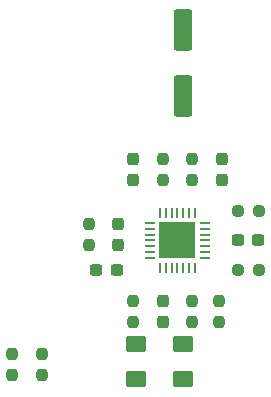
<source format=gbr>
%TF.GenerationSoftware,KiCad,Pcbnew,(6.0.6)*%
%TF.CreationDate,2022-06-27T18:20:24+02:00*%
%TF.ProjectId,tmc2208-breakout,746d6332-3230-4382-9d62-7265616b6f75,rev?*%
%TF.SameCoordinates,Original*%
%TF.FileFunction,Paste,Top*%
%TF.FilePolarity,Positive*%
%FSLAX46Y46*%
G04 Gerber Fmt 4.6, Leading zero omitted, Abs format (unit mm)*
G04 Created by KiCad (PCBNEW (6.0.6)) date 2022-06-27 18:20:24*
%MOMM*%
%LPD*%
G01*
G04 APERTURE LIST*
G04 Aperture macros list*
%AMRoundRect*
0 Rectangle with rounded corners*
0 $1 Rounding radius*
0 $2 $3 $4 $5 $6 $7 $8 $9 X,Y pos of 4 corners*
0 Add a 4 corners polygon primitive as box body*
4,1,4,$2,$3,$4,$5,$6,$7,$8,$9,$2,$3,0*
0 Add four circle primitives for the rounded corners*
1,1,$1+$1,$2,$3*
1,1,$1+$1,$4,$5*
1,1,$1+$1,$6,$7*
1,1,$1+$1,$8,$9*
0 Add four rect primitives between the rounded corners*
20,1,$1+$1,$2,$3,$4,$5,0*
20,1,$1+$1,$4,$5,$6,$7,0*
20,1,$1+$1,$6,$7,$8,$9,0*
20,1,$1+$1,$8,$9,$2,$3,0*%
G04 Aperture macros list end*
%ADD10RoundRect,0.250001X0.624999X-0.462499X0.624999X0.462499X-0.624999X0.462499X-0.624999X-0.462499X0*%
%ADD11RoundRect,0.237500X-0.237500X0.250000X-0.237500X-0.250000X0.237500X-0.250000X0.237500X0.250000X0*%
%ADD12RoundRect,0.237500X0.237500X-0.250000X0.237500X0.250000X-0.237500X0.250000X-0.237500X-0.250000X0*%
%ADD13RoundRect,0.250000X0.550000X-1.500000X0.550000X1.500000X-0.550000X1.500000X-0.550000X-1.500000X0*%
%ADD14RoundRect,0.237500X-0.300000X-0.237500X0.300000X-0.237500X0.300000X0.237500X-0.300000X0.237500X0*%
%ADD15RoundRect,0.237500X-0.237500X0.300000X-0.237500X-0.300000X0.237500X-0.300000X0.237500X0.300000X0*%
%ADD16R,0.909599X0.254800*%
%ADD17R,0.254800X0.909599*%
%ADD18R,3.098800X3.098800*%
%ADD19RoundRect,0.237500X0.237500X-0.300000X0.237500X0.300000X-0.237500X0.300000X-0.237500X-0.300000X0*%
%ADD20RoundRect,0.237500X0.300000X0.237500X-0.300000X0.237500X-0.300000X-0.237500X0.300000X-0.237500X0*%
%ADD21RoundRect,0.237500X0.250000X0.237500X-0.250000X0.237500X-0.250000X-0.237500X0.250000X-0.237500X0*%
%ADD22RoundRect,0.237500X-0.250000X-0.237500X0.250000X-0.237500X0.250000X0.237500X-0.250000X0.237500X0*%
G04 APERTURE END LIST*
D10*
%TO.C,STEP1*%
X153500000Y-72737500D03*
X153500000Y-69762500D03*
%TD*%
D11*
%TO.C,R10*%
X143000000Y-70587500D03*
X143000000Y-72412500D03*
%TD*%
D12*
%TO.C,R9*%
X145500000Y-72412500D03*
X145500000Y-70587500D03*
%TD*%
D10*
%TO.C,EN1*%
X157500000Y-72737500D03*
X157500000Y-69762500D03*
%TD*%
D13*
%TO.C,C7*%
X157500000Y-48800000D03*
X157500000Y-43200000D03*
%TD*%
D14*
%TO.C,C4*%
X162137500Y-61000000D03*
X163862500Y-61000000D03*
%TD*%
D11*
%TO.C,R6*%
X160500000Y-66087500D03*
X160500000Y-67912500D03*
%TD*%
D15*
%TO.C,C1*%
X155750000Y-66137500D03*
X155750000Y-67862500D03*
%TD*%
D16*
%TO.C,U1*%
X154652900Y-59500000D03*
X154652900Y-59999999D03*
X154652900Y-60500001D03*
X154652900Y-61000000D03*
X154652900Y-61499999D03*
X154652900Y-62000001D03*
X154652900Y-62500000D03*
D17*
X155500000Y-63347100D03*
X155999999Y-63347100D03*
X156500001Y-63347100D03*
X157000000Y-63347100D03*
X157499999Y-63347100D03*
X158000001Y-63347100D03*
X158500000Y-63347100D03*
D16*
X159347100Y-62500000D03*
X159347100Y-62000001D03*
X159347100Y-61499999D03*
X159347100Y-61000000D03*
X159347100Y-60500001D03*
X159347100Y-59999999D03*
X159347100Y-59500000D03*
D17*
X158500000Y-58652900D03*
X158000001Y-58652900D03*
X157499999Y-58652900D03*
X157000000Y-58652900D03*
X156500001Y-58652900D03*
X155999999Y-58652900D03*
X155500000Y-58652900D03*
D18*
X157000000Y-61000000D03*
%TD*%
D11*
%TO.C,R3*%
X158250000Y-54087500D03*
X158250000Y-55912500D03*
%TD*%
%TO.C,R8*%
X153250000Y-66087500D03*
X153250000Y-67912500D03*
%TD*%
D19*
%TO.C,C5*%
X153250000Y-55862500D03*
X153250000Y-54137500D03*
%TD*%
D12*
%TO.C,R2*%
X155750000Y-55912500D03*
X155750000Y-54087500D03*
%TD*%
D20*
%TO.C,C3*%
X151862500Y-63500000D03*
X150137500Y-63500000D03*
%TD*%
D12*
%TO.C,R1*%
X149500000Y-61412500D03*
X149500000Y-59587500D03*
%TD*%
%TO.C,R7*%
X158250000Y-67912500D03*
X158250000Y-66087500D03*
%TD*%
D19*
%TO.C,C2*%
X152000000Y-61362500D03*
X152000000Y-59637500D03*
%TD*%
%TO.C,C6*%
X160750000Y-55862500D03*
X160750000Y-54137500D03*
%TD*%
D21*
%TO.C,R5*%
X163912500Y-58500000D03*
X162087500Y-58500000D03*
%TD*%
D22*
%TO.C,R4*%
X162087500Y-63500000D03*
X163912500Y-63500000D03*
%TD*%
M02*

</source>
